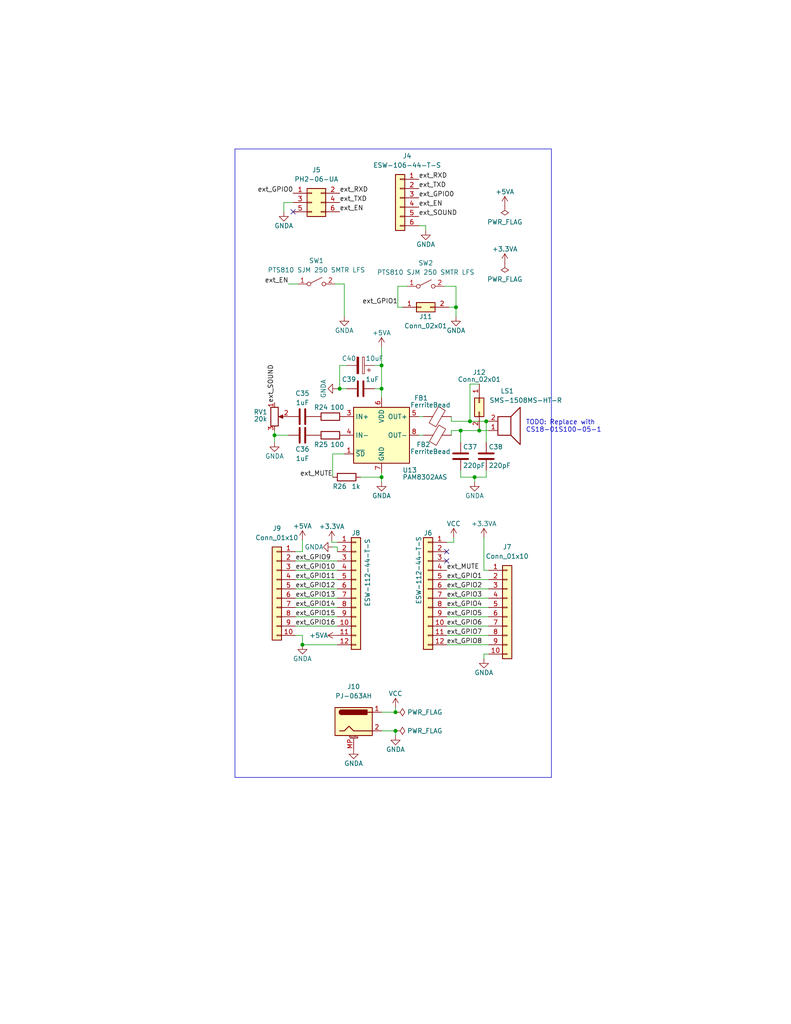
<source format=kicad_sch>
(kicad_sch (version 20230121) (generator eeschema)
  (paper "A" portrait)
  (lib_symbols
    (symbol "Amplifier_Audio:PAM8302AAS"
      (property "Reference" "U" (at 7.62 11.43 0))
      (property "Value" "PAM8302AAS" (at 7.62 8.89 0))
      (symbol "PAM8302AAS_0_1"
        (rectangle (start -7.62 7.62) (end 7.62 -7.62) (stroke (width 0.254)) (fill (type background)))
      )
      (symbol "PAM8302AAS_1_1"
        (pin input line (at -10.16 -5.08 0) (length 2.54) (name "~{SD}") (number "1"))
        (pin no_connect line (at 7.62 -5.08 180) (length 2.54) hide (name "NC") (number "2"))
        (pin input line (at -10.16 5.08 0) (length 2.54) (name "IN+") (number "3"))
        (pin input line (at -10.16 0 0) (length 2.54) (name "IN-") (number "4"))
        (pin output line (at 10.16 5.08 180) (length 2.54) (name "OUT+") (number "5"))
        (pin power_in line (at 0 10.16 270) (length 2.54) (name "VDD") (number "6"))
        (pin power_in line (at 0 -10.16 90) (length 2.54) (name "GND") (number "7"))
        (pin output line (at 10.16 0 180) (length 2.54) (name "OUT-") (number "8"))
      )
    )
    (symbol "Connector:Barrel_Jack_MountingPin" (pin_names hide)
      (property "Reference" "J" (at 0 5.334 0))
      (property "Value" "Barrel_Jack_MountingPin" (at 1.27 -6.35 0))
      (symbol "Barrel_Jack_MountingPin_0_1"
        (rectangle (start -5.08 3.81) (end 5.08 -3.81) (stroke (width 0.254)) (fill (type background)))
        (arc (start -3.302 3.175) (mid -3.9343 2.54) (end -3.302 1.905) (stroke (width 0.254)))
        (arc (start -3.302 3.175) (mid -3.9343 2.54) (end -3.302 1.905) (stroke (width 0.254)) (fill (type outline)))
        (polyline (pts (xy 5.08 2.54) (xy 3.81 2.54)) (stroke (width 0.254)))
        (polyline (pts (xy -3.81 -2.54) (xy -2.54 -2.54) (xy -1.27 -1.27) (xy 0 -2.54) (xy 2.54 -2.54) (xy 5.08 -2.54)) (stroke (width 0.254)))
        (rectangle (start 3.683 3.175) (end -3.302 1.905) (stroke (width 0.254)) (fill (type outline)))
      )
      (symbol "Barrel_Jack_MountingPin_1_1"
        (polyline (pts (xy -1.016 -4.572) (xy 1.016 -4.572)) (stroke (width 0.1524)))
        (text "Mounting" (at 0 -4.191 0) (effects (font (size 0.381 0.381))))
        (pin passive line (at 7.62 2.54 180) (length 2.54) (name "~") (number "1"))
        (pin passive line (at 7.62 -2.54 180) (length 2.54) (name "~") (number "2"))
        (pin passive line (at 0 -7.62 90) (length 3.048) (name "MountPin") (number "MP"))
      )
    )
    (symbol "Connector_Generic:Conn_01x06" (pin_names (offset 1.016) hide)
      (property "Reference" "J" (at 0 7.62 0))
      (property "Value" "Conn_01x06" (at 0 -10.16 0))
      (symbol "Conn_01x06_1_1"
        (rectangle (start -1.27 -7.493) (end 0 -7.747) (stroke (width 0.1524)))
        (rectangle (start -1.27 -4.953) (end 0 -5.207) (stroke (width 0.1524)))
        (rectangle (start -1.27 -2.413) (end 0 -2.667) (stroke (width 0.1524)))
        (rectangle (start -1.27 0.127) (end 0 -0.127) (stroke (width 0.1524)))
        (rectangle (start -1.27 2.667) (end 0 2.413) (stroke (width 0.1524)))
        (rectangle (start -1.27 5.207) (end 0 4.953) (stroke (width 0.1524)))
        (rectangle (start -1.27 6.35) (end 1.27 -8.89) (stroke (width 0.254)) (fill (type background)))
        (pin passive line (at -5.08 5.08 0) (length 3.81) (name "Pin_1") (number "1"))
        (pin passive line (at -5.08 2.54 0) (length 3.81) (name "Pin_2") (number "2"))
        (pin passive line (at -5.08 0 0) (length 3.81) (name "Pin_3") (number "3"))
        (pin passive line (at -5.08 -2.54 0) (length 3.81) (name "Pin_4") (number "4"))
        (pin passive line (at -5.08 -5.08 0) (length 3.81) (name "Pin_5") (number "5"))
        (pin passive line (at -5.08 -7.62 0) (length 3.81) (name "Pin_6") (number "6"))
      )
    )
    (symbol "Connector_Generic:Conn_01x10" (pin_names (offset 1.016) hide)
      (property "Reference" "J" (at 0 12.7 0))
      (property "Value" "Conn_01x10" (at 0 -15.24 0))
      (symbol "Conn_01x10_1_1"
        (rectangle (start -1.27 -12.573) (end 0 -12.827) (stroke (width 0.1524)))
        (rectangle (start -1.27 -10.033) (end 0 -10.287) (stroke (width 0.1524)))
        (rectangle (start -1.27 -7.493) (end 0 -7.747) (stroke (width 0.1524)))
        (rectangle (start -1.27 -4.953) (end 0 -5.207) (stroke (width 0.1524)))
        (rectangle (start -1.27 -2.413) (end 0 -2.667) (stroke (width 0.1524)))
        (rectangle (start -1.27 0.127) (end 0 -0.127) (stroke (width 0.1524)))
        (rectangle (start -1.27 2.667) (end 0 2.413) (stroke (width 0.1524)))
        (rectangle (start -1.27 5.207) (end 0 4.953) (stroke (width 0.1524)))
        (rectangle (start -1.27 7.747) (end 0 7.493) (stroke (width 0.1524)))
        (rectangle (start -1.27 10.287) (end 0 10.033) (stroke (width 0.1524)))
        (rectangle (start -1.27 11.43) (end 1.27 -13.97) (stroke (width 0.254)) (fill (type background)))
        (pin passive line (at -5.08 10.16 0) (length 3.81) (name "Pin_1") (number "1"))
        (pin passive line (at -5.08 -12.7 0) (length 3.81) (name "Pin_10") (number "10"))
        (pin passive line (at -5.08 7.62 0) (length 3.81) (name "Pin_2") (number "2"))
        (pin passive line (at -5.08 5.08 0) (length 3.81) (name "Pin_3") (number "3"))
        (pin passive line (at -5.08 2.54 0) (length 3.81) (name "Pin_4") (number "4"))
        (pin passive line (at -5.08 0 0) (length 3.81) (name "Pin_5") (number "5"))
        (pin passive line (at -5.08 -2.54 0) (length 3.81) (name "Pin_6") (number "6"))
        (pin passive line (at -5.08 -5.08 0) (length 3.81) (name "Pin_7") (number "7"))
        (pin passive line (at -5.08 -7.62 0) (length 3.81) (name "Pin_8") (number "8"))
        (pin passive line (at -5.08 -10.16 0) (length 3.81) (name "Pin_9") (number "9"))
      )
    )
    (symbol "Connector_Generic:Conn_01x12" (pin_names (offset 1.016) hide)
      (property "Reference" "J" (at 0 15.24 0))
      (property "Value" "Conn_01x12" (at 0 -17.78 0))
      (symbol "Conn_01x12_1_1"
        (rectangle (start -1.27 -15.113) (end 0 -15.367) (stroke (width 0.1524)))
        (rectangle (start -1.27 -12.573) (end 0 -12.827) (stroke (width 0.1524)))
        (rectangle (start -1.27 -10.033) (end 0 -10.287) (stroke (width 0.1524)))
        (rectangle (start -1.27 -7.493) (end 0 -7.747) (stroke (width 0.1524)))
        (rectangle (start -1.27 -4.953) (end 0 -5.207) (stroke (width 0.1524)))
        (rectangle (start -1.27 -2.413) (end 0 -2.667) (stroke (width 0.1524)))
        (rectangle (start -1.27 0.127) (end 0 -0.127) (stroke (width 0.1524)))
        (rectangle (start -1.27 2.667) (end 0 2.413) (stroke (width 0.1524)))
        (rectangle (start -1.27 5.207) (end 0 4.953) (stroke (width 0.1524)))
        (rectangle (start -1.27 7.747) (end 0 7.493) (stroke (width 0.1524)))
        (rectangle (start -1.27 10.287) (end 0 10.033) (stroke (width 0.1524)))
        (rectangle (start -1.27 12.827) (end 0 12.573) (stroke (width 0.1524)))
        (rectangle (start -1.27 13.97) (end 1.27 -16.51) (stroke (width 0.254)) (fill (type background)))
        (pin passive line (at -5.08 12.7 0) (length 3.81) (name "Pin_1") (number "1"))
        (pin passive line (at -5.08 -10.16 0) (length 3.81) (name "Pin_10") (number "10"))
        (pin passive line (at -5.08 -12.7 0) (length 3.81) (name "Pin_11") (number "11"))
        (pin passive line (at -5.08 -15.24 0) (length 3.81) (name "Pin_12") (number "12"))
        (pin passive line (at -5.08 10.16 0) (length 3.81) (name "Pin_2") (number "2"))
        (pin passive line (at -5.08 7.62 0) (length 3.81) (name "Pin_3") (number "3"))
        (pin passive line (at -5.08 5.08 0) (length 3.81) (name "Pin_4") (number "4"))
        (pin passive line (at -5.08 2.54 0) (length 3.81) (name "Pin_5") (number "5"))
        (pin passive line (at -5.08 0 0) (length 3.81) (name "Pin_6") (number "6"))
        (pin passive line (at -5.08 -2.54 0) (length 3.81) (name "Pin_7") (number "7"))
        (pin passive line (at -5.08 -5.08 0) (length 3.81) (name "Pin_8") (number "8"))
        (pin passive line (at -5.08 -7.62 0) (length 3.81) (name "Pin_9") (number "9"))
      )
    )
    (symbol "Connector_Generic:Conn_02x01" (pin_names (offset 1.016) hide)
      (property "Reference" "J" (at 1.27 2.54 0))
      (property "Value" "Conn_02x01" (at 1.27 -2.54 0))
      (symbol "Conn_02x01_1_1"
        (rectangle (start -1.27 0.127) (end 0 -0.127) (stroke (width 0.1524)))
        (rectangle (start -1.27 1.27) (end 3.81 -1.27) (stroke (width 0.254)) (fill (type background)))
        (rectangle (start 3.81 0.127) (end 2.54 -0.127) (stroke (width 0.1524)))
        (pin passive line (at -5.08 0 0) (length 3.81) (name "Pin_1") (number "1"))
        (pin passive line (at 7.62 0 180) (length 3.81) (name "Pin_2") (number "2"))
      )
    )
    (symbol "Connector_Generic:Conn_02x03_Odd_Even" (pin_names (offset 1.016) hide)
      (property "Reference" "J" (at 1.27 5.08 0))
      (property "Value" "Conn_02x03_Odd_Even" (at 1.27 -5.08 0))
      (symbol "Conn_02x03_Odd_Even_1_1"
        (rectangle (start -1.27 -2.413) (end 0 -2.667) (stroke (width 0.1524)))
        (rectangle (start -1.27 0.127) (end 0 -0.127) (stroke (width 0.1524)))
        (rectangle (start -1.27 2.667) (end 0 2.413) (stroke (width 0.1524)))
        (rectangle (start -1.27 3.81) (end 3.81 -3.81) (stroke (width 0.254)) (fill (type background)))
        (rectangle (start 3.81 -2.413) (end 2.54 -2.667) (stroke (width 0.1524)))
        (rectangle (start 3.81 0.127) (end 2.54 -0.127) (stroke (width 0.1524)))
        (rectangle (start 3.81 2.667) (end 2.54 2.413) (stroke (width 0.1524)))
        (pin passive line (at -5.08 2.54 0) (length 3.81) (name "Pin_1") (number "1"))
        (pin passive line (at 7.62 2.54 180) (length 3.81) (name "Pin_2") (number "2"))
        (pin passive line (at -5.08 0 0) (length 3.81) (name "Pin_3") (number "3"))
        (pin passive line (at 7.62 0 180) (length 3.81) (name "Pin_4") (number "4"))
        (pin passive line (at -5.08 -2.54 0) (length 3.81) (name "Pin_5") (number "5"))
        (pin passive line (at 7.62 -2.54 180) (length 3.81) (name "Pin_6") (number "6"))
      )
    )
    (symbol "Device:C" (pin_numbers hide) (pin_names (offset 0.254))
      (property "Reference" "C" (at 0.635 2.54 0))
      (property "Value" "C" (at 0.635 -2.54 0))
      (symbol "C_0_1"
        (polyline (pts (xy -2.032 -0.762) (xy 2.032 -0.762)) (stroke (width 0.508)))
        (polyline (pts (xy -2.032 0.762) (xy 2.032 0.762)) (stroke (width 0.508)))
      )
      (symbol "C_1_1"
        (pin passive line (at 0 3.81 270) (length 2.794) (name "~") (number "1"))
        (pin passive line (at 0 -3.81 90) (length 2.794) (name "~") (number "2"))
      )
    )
    (symbol "Device:C_Polarized" (pin_numbers hide) (pin_names (offset 0.254))
      (property "Reference" "C" (at 0.635 2.54 0))
      (property "Value" "C_Polarized" (at 0.635 -2.54 0))
      (symbol "C_Polarized_0_1"
        (rectangle (start -2.286 0.508) (end 2.286 1.016))
        (polyline (pts (xy -1.778 2.286) (xy -0.762 2.286)))
        (polyline (pts (xy -1.27 2.794) (xy -1.27 1.778)))
        (rectangle (start 2.286 -0.508) (end -2.286 -1.016) (fill (type outline)))
      )
      (symbol "C_Polarized_1_1"
        (pin passive line (at 0 3.81 270) (length 2.794) (name "~") (number "1"))
        (pin passive line (at 0 -3.81 90) (length 2.794) (name "~") (number "2"))
      )
    )
    (symbol "Device:FerriteBead" (pin_numbers hide) (pin_names (offset 0))
      (property "Reference" "FB" (at -3.81 0.635 90))
      (property "Value" "FerriteBead" (at 3.81 0 90))
      (symbol "FerriteBead_0_1"
        (polyline (pts (xy 0 -1.27) (xy 0 -1.2192)))
        (polyline (pts (xy 0 1.27) (xy 0 1.2954)))
        (polyline (pts (xy -2.7686 0.4064) (xy -1.7018 2.2606) (xy 2.7686 -0.3048) (xy 1.6764 -2.159) (xy -2.7686 0.4064)))
      )
      (symbol "FerriteBead_1_1"
        (pin passive line (at 0 3.81 270) (length 2.54) (name "~") (number "1"))
        (pin passive line (at 0 -3.81 90) (length 2.54) (name "~") (number "2"))
      )
    )
    (symbol "Device:R" (pin_numbers hide) (pin_names (offset 0))
      (property "Reference" "R" (at 2.032 0 90))
      (property "Value" "R" (at 0 0 90))
      (symbol "R_0_1"
        (rectangle (start -1.016 -2.54) (end 1.016 2.54) (stroke (width 0.254)))
      )
      (symbol "R_1_1"
        (pin passive line (at 0 3.81 270) (length 1.27) (name "~") (number "1"))
        (pin passive line (at 0 -3.81 90) (length 1.27) (name "~") (number "2"))
      )
    )
    (symbol "Device:R_Potentiometer" (pin_names (offset 1.016) hide)
      (property "Reference" "RV" (at -4.445 0 90))
      (property "Value" "R_Potentiometer" (at -2.54 0 90))
      (symbol "R_Potentiometer_0_1"
        (polyline (pts (xy 2.54 0) (xy 1.524 0)))
        (polyline (pts (xy 1.143 0) (xy 2.286 0.508) (xy 2.286 -0.508) (xy 1.143 0)) (fill (type outline)))
        (rectangle (start 1.016 2.54) (end -1.016 -2.54) (stroke (width 0.254)))
      )
      (symbol "R_Potentiometer_1_1"
        (pin passive line (at 0 3.81 270) (length 1.27) (name "1") (number "1"))
        (pin passive line (at 3.81 0 180) (length 1.27) (name "2") (number "2"))
        (pin passive line (at 0 -3.81 90) (length 1.27) (name "3") (number "3"))
      )
    )
    (symbol "Switch:SW_SPST" (pin_names (offset 0) hide)
      (property "Reference" "SW" (at 0 3.175 0))
      (property "Value" "SW_SPST" (at 0 -2.54 0))
      (symbol "SW_SPST_0_0"
        (circle (center -2.032 0) (radius 0.508))
        (polyline (pts (xy -1.524 0.254) (xy 1.524 1.778)))
        (circle (center 2.032 0) (radius 0.508))
      )
      (symbol "SW_SPST_1_1"
        (pin passive line (at -5.08 0 0) (length 2.54) (name "A") (number "1"))
        (pin passive line (at 5.08 0 180) (length 2.54) (name "B") (number "2"))
      )
    )
    (symbol "power:+3.3VA" (power) (pin_names (offset 0))
      (property "Value" "+3.3VA" (at 0 3.556 0))
      (symbol "+3.3VA_0_1"
        (polyline (pts (xy -0.762 1.27) (xy 0 2.54)))
        (polyline (pts (xy 0 0) (xy 0 2.54)))
        (polyline (pts (xy 0 2.54) (xy 0.762 1.27)))
      )
      (symbol "+3.3VA_1_1"
        (pin power_in line (at 0 0 90) (length 0) hide (name "+3.3VA") (number "1"))
      )
    )
    (symbol "power:+5VA" (power) (pin_names (offset 0))
      (property "Value" "+5VA" (at 0 3.556 0))
      (symbol "+5VA_0_1"
        (polyline (pts (xy -0.762 1.27) (xy 0 2.54)))
        (polyline (pts (xy 0 0) (xy 0 2.54)))
        (polyline (pts (xy 0 2.54) (xy 0.762 1.27)))
      )
      (symbol "+5VA_1_1"
        (pin power_in line (at 0 0 90) (length 0) hide (name "+5VA") (number "1"))
      )
    )
    (symbol "power:GNDA" (power) (pin_names (offset 0))
      (property "Value" "GNDA" (at 0 -3.81 0))
      (symbol "GNDA_0_1"
        (polyline (pts (xy 0 0) (xy 0 -1.27) (xy 1.27 -1.27) (xy 0 -2.54) (xy -1.27 -1.27) (xy 0 -1.27)))
      )
      (symbol "GNDA_1_1"
        (pin power_in line (at 0 0 270) (length 0) hide (name "GNDA") (number "1"))
      )
    )
    (symbol "power:PWR_FLAG" (power) (pin_numbers hide) (pin_names (offset 0) hide)
      (property "Value" "PWR_FLAG" (at 0 3.81 0))
      (symbol "PWR_FLAG_0_0"
        (pin power_out line (at 0 0 90) (length 0) (name "pwr") (number "1"))
      )
      (symbol "PWR_FLAG_0_1"
        (polyline (pts (xy 0 0) (xy 0 1.27) (xy -1.016 1.905) (xy 0 2.54) (xy 1.016 1.905) (xy 0 1.27)))
      )
    )
    (symbol "power:VCC" (power) (pin_names (offset 0))
      (property "Value" "VCC" (at 0 3.81 0))
      (symbol "VCC_0_1"
        (polyline (pts (xy -0.762 1.27) (xy 0 2.54)))
        (polyline (pts (xy 0 0) (xy 0 2.54)))
        (polyline (pts (xy 0 2.54) (xy 0.762 1.27)))
      )
      (symbol "VCC_1_1"
        (pin power_in line (at 0 0 90) (length 0) hide (name "VCC") (number "1"))
      )
    )
    (symbol "starman:SMS-1508MS-HT-R" (pin_names (offset 0) hide)
      (property "Reference" "LS" (at -1.27 6.35 0))
      (property "Value" "SMS-1508MS-HT-R" (at -1.27 3.81 0))
      (symbol "SMS-1508MS-HT-R_0_0"
        (rectangle (start -2.54 1.27) (end 1.016 -3.81) (stroke (width 0.254)))
        (polyline (pts (xy 1.016 1.27) (xy 3.556 3.81) (xy 3.556 -6.35) (xy 1.016 -3.81)) (stroke (width 0.254)))
      )
      (symbol "SMS-1508MS-HT-R_1_1"
        (pin input line (at -5.08 0 0) (length 2.54) (name "1") (number "1"))
        (pin input line (at -5.08 -2.54 0) (length 2.54) (name "2") (number "2"))
        (pin no_connect line (at 0 3.81 270) (length 2.54) hide (name "3") (number "3"))
        (pin no_connect line (at 0 -6.35 90) (length 2.54) hide (name "4") (number "4"))
      )
    )
  )
  (junction (at 129.54 130.175))
  (junction (at 107.95 194.31))
  (junction (at 125.73 117.475))
  (junction (at 128.27 114.935))
  (junction (at 107.95 199.39))
  (junction (at 132.715 114.935))
  (junction (at 104.14 99.695))
  (junction (at 130.81 117.475))
  (junction (at 92.71 106.045))
  (junction (at 104.14 130.175))
  (junction (at 124.46 83.82))
  (junction (at 82.55 175.895))
  (junction (at 104.14 106.045))
  (junction (at 74.93 118.745))
  (no_connect (at 121.92 153.035))
  (no_connect (at 80.01 57.785))
  (no_connect (at 121.92 150.495))
  (wire (pts (xy 114.3 61.595) (xy 116.205 61.595)))
  (wire (pts (xy 92.075 106.045) (xy 92.71 106.045)))
  (wire (pts (xy 123.19 117.475) (xy 123.19 118.745)))
  (wire (pts (xy 90.805 123.825) (xy 90.805 130.175)))
  (wire (pts (xy 92.71 99.695) (xy 94.615 99.695)))
  (wire (pts (xy 92.075 168.275) (xy 80.645 168.275)))
  (wire (pts (xy 104.14 130.175) (xy 104.14 131.445)))
  (wire (pts (xy 123.825 146.685) (xy 123.825 147.955)))
  (wire (pts (xy 82.55 147.32) (xy 82.55 150.495)))
  (wire (pts (xy 133.35 165.735) (xy 121.92 165.735)))
  (polyline (pts (xy 150.495 212.09) (xy 64.135 212.09)))
  (wire (pts (xy 114.3 113.665) (xy 115.57 113.665)))
  (wire (pts (xy 132.08 178.435) (xy 133.35 178.435)))
  (wire (pts (xy 78.74 77.47) (xy 81.28 77.47)))
  (wire (pts (xy 128.27 114.935) (xy 132.715 114.935)))
  (wire (pts (xy 82.55 150.495) (xy 80.645 150.495)))
  (wire (pts (xy 92.075 158.115) (xy 80.645 158.115)))
  (wire (pts (xy 104.14 128.905) (xy 104.14 130.175)))
  (wire (pts (xy 107.95 194.31) (xy 107.95 193.04)))
  (wire (pts (xy 125.73 130.175) (xy 129.54 130.175)))
  (wire (pts (xy 116.205 61.595) (xy 116.205 62.865)))
  (wire (pts (xy 114.3 118.745) (xy 115.57 118.745)))
  (wire (pts (xy 130.81 117.475) (xy 133.35 117.475)))
  (wire (pts (xy 133.35 163.195) (xy 121.92 163.195)))
  (wire (pts (xy 125.73 117.475) (xy 125.73 120.65)))
  (polyline (pts (xy 64.135 40.64) (xy 64.135 40.64)))
  (wire (pts (xy 93.98 123.825) (xy 90.805 123.825)))
  (wire (pts (xy 133.35 170.815) (xy 121.92 170.815)))
  (wire (pts (xy 124.46 83.82) (xy 124.46 78.105)))
  (wire (pts (xy 104.14 106.045) (xy 104.14 108.585)))
  (wire (pts (xy 92.075 160.655) (xy 80.645 160.655)))
  (wire (pts (xy 123.19 113.665) (xy 123.19 114.935)))
  (wire (pts (xy 132.715 114.935) (xy 133.35 114.935)))
  (wire (pts (xy 80.01 55.245) (xy 77.47 55.245)))
  (wire (pts (xy 132.08 179.705) (xy 132.08 178.435)))
  (wire (pts (xy 125.73 128.27) (xy 125.73 130.175)))
  (wire (pts (xy 74.93 118.745) (xy 78.74 118.745)))
  (wire (pts (xy 92.075 163.195) (xy 80.645 163.195)))
  (wire (pts (xy 91.44 77.47) (xy 93.98 77.47)))
  (wire (pts (xy 125.73 117.475) (xy 130.81 117.475)))
  (wire (pts (xy 98.425 130.175) (xy 104.14 130.175)))
  (wire (pts (xy 129.54 130.175) (xy 129.54 131.445)))
  (wire (pts (xy 107.95 199.39) (xy 107.95 200.66)))
  (wire (pts (xy 77.47 55.245) (xy 77.47 57.785)))
  (wire (pts (xy 132.08 146.685) (xy 132.08 155.575)))
  (wire (pts (xy 132.715 114.935) (xy 132.715 120.65)))
  (wire (pts (xy 92.075 155.575) (xy 80.645 155.575)))
  (wire (pts (xy 82.55 175.895) (xy 92.075 175.895)))
  (wire (pts (xy 121.92 160.655) (xy 133.35 160.655)))
  (wire (pts (xy 122.555 83.82) (xy 124.46 83.82)))
  (wire (pts (xy 132.08 155.575) (xy 133.35 155.575)))
  (polyline (pts (xy 64.135 212.09) (xy 64.135 40.64)))
  (wire (pts (xy 104.14 94.615) (xy 104.14 99.695)))
  (polyline (pts (xy 64.135 40.64) (xy 150.495 40.64)))
  (polyline (pts (xy 150.495 40.64) (xy 150.495 212.09)))
  (wire (pts (xy 108.585 83.82) (xy 109.855 83.82)))
  (wire (pts (xy 92.71 106.045) (xy 94.615 106.045)))
  (wire (pts (xy 121.92 147.955) (xy 123.825 147.955)))
  (wire (pts (xy 129.54 130.175) (xy 132.715 130.175)))
  (wire (pts (xy 104.14 194.31) (xy 107.95 194.31)))
  (wire (pts (xy 92.71 106.045) (xy 92.71 99.695)))
  (wire (pts (xy 133.35 173.355) (xy 121.92 173.355)))
  (wire (pts (xy 132.715 130.175) (xy 132.715 128.27)))
  (wire (pts (xy 104.14 99.695) (xy 104.14 106.045)))
  (wire (pts (xy 130.81 104.775) (xy 128.27 104.775)))
  (wire (pts (xy 92.075 147.955) (xy 90.551 147.955)))
  (wire (pts (xy 80.645 173.355) (xy 82.55 173.355)))
  (wire (pts (xy 124.46 83.82) (xy 124.46 86.36)))
  (wire (pts (xy 133.35 158.115) (xy 121.92 158.115)))
  (wire (pts (xy 92.075 170.815) (xy 80.645 170.815)))
  (wire (pts (xy 133.35 175.895) (xy 121.92 175.895)))
  (wire (pts (xy 102.235 106.045) (xy 104.14 106.045)))
  (wire (pts (xy 124.46 78.105) (xy 121.285 78.105)))
  (wire (pts (xy 92.075 153.035) (xy 80.645 153.035)))
  (wire (pts (xy 128.27 104.775) (xy 128.27 114.935)))
  (wire (pts (xy 108.585 78.105) (xy 111.125 78.105)))
  (wire (pts (xy 82.55 173.355) (xy 82.55 175.895)))
  (wire (pts (xy 123.19 114.935) (xy 128.27 114.935)))
  (wire (pts (xy 93.98 77.47) (xy 93.98 86.36)))
  (wire (pts (xy 133.35 168.275) (xy 121.92 168.275)))
  (wire (pts (xy 104.14 199.39) (xy 107.95 199.39)))
  (wire (pts (xy 74.93 118.745) (xy 74.93 120.65)))
  (wire (pts (xy 90.551 147.955) (xy 90.551 147.447)))
  (wire (pts (xy 108.585 78.105) (xy 108.585 83.82)))
  (wire (pts (xy 90.805 149.225) (xy 92.075 149.225)))
  (wire (pts (xy 74.93 117.475) (xy 74.93 118.745)))
  (wire (pts (xy 92.075 165.735) (xy 80.645 165.735)))
  (wire (pts (xy 123.19 117.475) (xy 125.73 117.475)))
  (wire (pts (xy 92.075 149.225) (xy 92.075 150.495)))
  (wire (pts (xy 102.235 99.695) (xy 104.14 99.695)))
  (text "TODO: Replace with\nCS18-01S100-05-1" (at 143.51 118.11 0) (effects (font (size 1.27 1.27)) (justify left bottom)))
  (label "ext_GPIO1" (at 121.92 158.115 0))
  (label "ext_MUTE" (at 121.92 155.575 0))
  (label "ext_GPIO0" (at 80.01 52.705 180))
  (label "ext_GPIO8" (at 121.92 175.895 0))
  (label "ext_TXD" (at 114.3 51.435 0))
  (label "ext_GPIO3" (at 121.92 163.195 0))
  (label "ext_GPIO2" (at 121.92 160.655 0))
  (label "ext_SOUND" (at 74.93 109.855 90))
  (label "ext_MUTE" (at 90.805 130.175 180))
  (label "ext_GPIO4" (at 121.92 165.735 0))
  (label "ext_RXD" (at 92.71 52.705 0))
  (label "ext_GPIO14" (at 80.645 165.735 0))
  (label "ext_GPIO11" (at 80.645 158.115 0))
  (label "ext_GPIO13" (at 80.645 163.195 0))
  (label "ext_GPIO6" (at 121.92 170.815 0))
  (label "ext_GPIO0" (at 114.3 53.975 0))
  (label "ext_GPIO7" (at 121.92 173.355 0))
  (label "ext_GPIO15" (at 80.645 168.275 0))
  (label "ext_GPIO5" (at 121.92 168.275 0))
  (label "ext_GPIO16" (at 80.645 170.815 0))
  (label "ext_GPIO10" (at 80.645 155.575 0))
  (label "ext_EN" (at 78.74 77.47 180))
  (label "ext_SOUND" (at 114.3 59.055 0))
  (label "ext_GPIO1" (at 108.585 83.185 180))
  (label "ext_TXD" (at 92.71 55.245 0))
  (label "ext_RXD" (at 114.3 48.895 0))
  (label "ext_EN" (at 92.71 57.785 0))
  (label "ext_EN" (at 114.3 56.515 0))
  (label "ext_GPIO12" (at 80.645 160.655 0))
  (label "ext_GPIO9" (at 80.645 153.035 0))
  (symbol (lib_id "power:PWR_FLAG") (at 137.795 71.755 180) (unit 1)
    (property "Reference" "#FLG03" (effects hide))
    (property "Value" "PWR_FLAG" (at 137.795 76.2 0))
  )
  (symbol (lib_id "power:+5VA") (at 104.14 94.615 0) (unit 1)
    (property "Reference" "#PWR032" (effects hide))
    (property "Value" "+5VA" (at 104.14 90.805 0))
  )
  (symbol (lib_id "Device:C_Polarized") (at 98.425 99.695 270) (mirror x) (unit 1)
    (property "Reference" "C40" (at 95.25 97.79 90))
    (property "Value" "10uF" (at 102.235 97.79 90))
    (property "Footprint" "Capacitor_Tantalum_SMD:CP_EIA-3216-10_Kemet-I" (effects hide))
  )
  (symbol (lib_id "Connector_Generic:Conn_02x01") (at 130.81 109.855 270) (unit 1)
    (property "Reference" "J12" (at 130.81 101.6 90))
    (property "Value" "Conn_02x01" (at 130.81 103.505 90))
    (property "Footprint" "Connector_PinHeader_2.54mm:PinHeader_1x02_P2.54mm_Vertical" (effects hide))
  )
  (symbol (lib_id "power:+3.3VA") (at 137.795 71.755 0) (unit 1)
    (property "Reference" "#PWR018" (effects hide))
    (property "Value" "+3.3VA" (at 137.795 67.945 0))
  )
  (symbol (lib_id "Device:FerriteBead") (at 119.38 113.665 90) (unit 1)
    (property "Reference" "FB1" (at 114.935 108.585 90))
    (property "Value" "FerriteBead" (at 117.475 110.49 90))
    (property "Footprint" "Capacitor_SMD:C_0805_2012Metric" (effects hide))
  )
  (symbol (lib_id "Device:R") (at 90.17 113.665 270) (unit 1)
    (property "Reference" "R24" (at 87.63 111.125 90))
    (property "Value" "100" (at 92.075 111.125 90))
    (property "Footprint" "Resistor_SMD:R_0805_2012Metric" (effects hide))
  )
  (symbol (lib_id "Connector_Generic:Conn_01x06") (at 109.22 53.975 0) (mirror y) (unit 1)
    (property "Reference" "J4" (at 111.125 42.545 0))
    (property "Value" "ESW-106-44-T-S" (at 111.125 45.085 0))
    (property "Footprint" "Connector_PinSocket_2.54mm:PinSocket_1x06_P2.54mm_Vertical" (effects hide))
  )
  (symbol (lib_id "power:PWR_FLAG") (at 107.95 199.39 270) (unit 1)
    (property "Reference" "#FLG05" (effects hide))
    (property "Value" "PWR_FLAG" (at 111.125 199.3899 90) (effects (justify left)))
  )
  (symbol (lib_id "Connector_Generic:Conn_01x12") (at 97.155 160.655 0) (unit 1)
    (property "Reference" "J8" (at 97.155 145.415 0))
    (property "Value" "ESW-112-44-T-S" (at 100.33 156.21 90))
    (property "Footprint" "Connector_PinSocket_2.54mm:PinSocket_1x12_P2.54mm_Vertical" (effects hide))
  )
  (symbol (lib_id "Device:C") (at 125.73 124.46 0) (unit 1)
    (property "Reference" "C37" (at 126.365 121.92 0) (effects (justify left)))
    (property "Value" "220pF" (at 126.365 127 0) (effects (justify left)))
    (property "Footprint" "Capacitor_SMD:C_0805_2012Metric" (effects hide))
  )
  (symbol (lib_id "power:VCC") (at 123.825 146.685 0) (unit 1)
    (property "Reference" "#PWR021" (effects hide))
    (property "Value" "VCC" (at 123.825 142.875 0))
  )
  (symbol (lib_id "power:GNDA") (at 77.47 57.785 0) (unit 1)
    (property "Reference" "#PWR016" (effects hide))
    (property "Value" "GNDA" (at 77.47 61.595 0))
  )
  (symbol (lib_id "Device:R_Potentiometer") (at 74.93 113.665 0) (unit 1)
    (property "Reference" "RV1" (at 71.12 112.395 0))
    (property "Value" "20k" (at 71.12 114.3 0))
    (property "Footprint" "Potentiometer_THT:Potentiometer_Bourns_3339P_Vertical" (effects hide))
    (property "Datasheet" "https://www.bourns.com/docs/Product-Datasheets/3362.pdf" (effects hide))
  )
  (symbol (lib_id "Device:C") (at 132.715 124.46 0) (unit 1)
    (property "Reference" "C38" (at 133.35 121.92 0) (effects (justify left)))
    (property "Value" "220pF" (at 133.35 127 0) (effects (justify left)))
    (property "Footprint" "Capacitor_SMD:C_0805_2012Metric" (effects hide))
  )
  (symbol (lib_id "power:+5VA") (at 92.075 173.355 90) (mirror x) (unit 1)
    (property "Reference" "#PWR029" (effects hide))
    (property "Value" "+5VA" (at 86.995 173.355 90))
  )
  (symbol (lib_id "Connector_Generic:Conn_02x03_Odd_Even") (at 85.09 55.245 0) (unit 1)
    (property "Reference" "J5" (at 86.36 46.355 0))
    (property "Value" "PH2-06-UA" (at 86.36 48.895 0))
    (property "Footprint" "Connector_PinHeader_2.54mm:PinHeader_2x03_P2.54mm_Vertical" (effects hide))
  )
  (symbol (lib_id "power:GNDA") (at 92.075 106.045 270) (unit 1)
    (property "Reference" "#PWR033" (effects hide))
    (property "Value" "GNDA" (at 88.265 106.045 0))
  )
  (symbol (lib_id "power:+3.3VA") (at 90.551 147.447 0) (unit 1)
    (property "Reference" "#PWR024" (effects hide))
    (property "Value" "+3.3VA" (at 90.551 143.637 0))
  )
  (symbol (lib_id "Device:C") (at 98.425 106.045 270) (unit 1)
    (property "Reference" "C39" (at 95.25 103.505 90))
    (property "Value" "1uF" (at 101.6 103.505 90))
    (property "Footprint" "Capacitor_SMD:C_0805_2012Metric" (effects hide))
  )
  (symbol (lib_id "starman:SMS-1508MS-HT-R") (at 138.43 117.475 0) (mirror x) (unit 1)
    (property "Reference" "LS1" (at 138.43 106.68 0))
    (property "Value" "SMS-1508MS-HT-R" (at 143.51 109.22 0))
    (property "Footprint" "starman:SPKR_SMS-1508MS-HT-R" (effects hide))
  )
  (symbol (lib_id "power:GNDA") (at 96.52 204.47 0) (unit 1)
    (property "Reference" "#PWR074" (effects hide))
    (property "Value" "GNDA" (at 96.52 208.28 0))
  )
  (symbol (lib_id "power:+5VA") (at 82.55 147.32 0) (unit 1)
    (property "Reference" "#PWR023" (effects hide))
    (property "Value" "+5VA" (at 82.55 143.51 0))
  )
  (symbol (lib_id "power:GNDA") (at 82.55 175.895 0) (unit 1)
    (property "Reference" "#PWR030" (effects hide))
    (property "Value" "GNDA" (at 82.55 179.705 0))
  )
  (symbol (lib_id "Connector:Barrel_Jack_MountingPin") (at 96.52 196.85 0) (unit 1)
    (property "Reference" "J10" (at 96.52 187.325 0))
    (property "Value" "PJ-063AH" (at 96.52 189.865 0))
    (property "Footprint" "Connector_BarrelJack:BarrelJack_CUI_PJ-063AH_Horizontal" (effects hide))
  )
  (symbol (lib_id "power:GNDA") (at 93.98 86.36 0) (unit 1)
    (property "Reference" "#PWR019" (effects hide))
    (property "Value" "GNDA" (at 93.98 90.17 0))
  )
  (symbol (lib_id "power:GNDA") (at 132.08 179.705 0) (unit 1)
    (property "Reference" "#PWR031" (effects hide))
    (property "Value" "GNDA" (at 132.08 183.515 0))
  )
  (symbol (lib_id "Connector_Generic:Conn_01x12") (at 116.84 160.655 0) (mirror y) (unit 1)
    (property "Reference" "J6" (at 116.84 145.415 0))
    (property "Value" "ESW-112-44-T-S" (at 114.3 155.575 90))
    (property "Footprint" "Connector_PinSocket_2.54mm:PinSocket_1x12_P2.54mm_Vertical" (effects hide))
  )
  (symbol (lib_id "power:GNDA") (at 116.205 62.865 0) (unit 1)
    (property "Reference" "#PWR017" (effects hide))
    (property "Value" "GNDA" (at 116.205 66.675 0))
  )
  (symbol (lib_id "Device:C") (at 82.55 113.665 270) (unit 1)
    (property "Reference" "C35" (at 82.55 107.315 90))
    (property "Value" "1uF" (at 82.55 109.855 90))
    (property "Footprint" "Capacitor_SMD:C_0805_2012Metric" (effects hide))
  )
  (symbol (lib_id "Amplifier_Audio:PAM8302AAS") (at 104.14 118.745 0) (unit 1)
    (property "Reference" "U13" (at 109.855 128.27 0) (effects (justify left)))
    (property "Value" "PAM8302AAS" (at 109.855 130.175 0) (effects (justify left)))
    (property "Footprint" "Package_SO:SOP-8_3.9x4.9mm_P1.27mm" (effects hide))
    (property "Datasheet" "https://www.diodes.com/assets/Datasheets/PAM8302A.pdf" (effects hide))
  )
  (symbol (lib_id "Switch:SW_SPST") (at 116.205 78.105 0) (unit 1)
    (property "Reference" "SW2" (at 116.205 71.755 0))
    (property "Value" "PTS810 SJM 250 SMTR LFS" (at 116.205 74.295 0))
    (property "Footprint" "Button_Switch_SMD:SW_SPST_PTS810" (effects hide))
  )
  (symbol (lib_id "Device:R") (at 94.615 130.175 270) (mirror x) (unit 1)
    (property "Reference" "R26" (at 92.71 132.715 90))
    (property "Value" "1k" (at 97.155 132.715 90))
    (property "Footprint" "Resistor_SMD:R_0805_2012Metric" (effects hide))
  )
  (symbol (lib_id "Connector_Generic:Conn_02x01") (at 114.935 83.82 0) (unit 1)
    (property "Reference" "J11" (at 116.205 86.36 0))
    (property "Value" "Conn_02x01" (at 116.205 88.9 0))
    (property "Footprint" "Connector_PinHeader_2.54mm:PinHeader_1x02_P2.54mm_Vertical" (effects hide))
  )
  (symbol (lib_id "power:PWR_FLAG") (at 137.795 56.134 180) (unit 1)
    (property "Reference" "#FLG01" (effects hide))
    (property "Value" "PWR_FLAG" (at 137.795 60.579 0))
  )
  (symbol (lib_id "power:GNDA") (at 104.14 131.445 0) (unit 1)
    (property "Reference" "#PWR070" (effects hide))
    (property "Value" "GNDA" (at 104.14 135.255 0))
  )
  (symbol (lib_id "power:GNDA") (at 124.46 86.36 0) (unit 1)
    (property "Reference" "#PWR020" (effects hide))
    (property "Value" "GNDA" (at 124.46 90.17 0))
  )
  (symbol (lib_id "Switch:SW_SPST") (at 86.36 77.47 0) (unit 1)
    (property "Reference" "SW1" (at 86.36 71.12 0))
    (property "Value" "PTS810 SJM 250 SMTR LFS" (at 86.36 73.66 0))
    (property "Footprint" "Button_Switch_SMD:SW_SPST_PTS810" (effects hide))
  )
  (symbol (lib_id "power:VCC") (at 107.95 193.04 0) (unit 1)
    (property "Reference" "#PWR072" (effects hide))
    (property "Value" "VCC" (at 107.95 189.23 0))
  )
  (symbol (lib_id "power:GNDA") (at 107.95 200.66 0) (unit 1)
    (property "Reference" "#PWR073" (effects hide))
    (property "Value" "GNDA" (at 107.95 204.47 0))
  )
  (symbol (lib_id "Device:C") (at 82.55 118.745 270) (unit 1)
    (property "Reference" "C36" (at 82.55 122.555 90))
    (property "Value" "1uF" (at 82.55 125.095 90))
    (property "Footprint" "Capacitor_SMD:C_0805_2012Metric" (effects hide))
  )
  (symbol (lib_id "power:+5VA") (at 137.795 56.134 0) (mirror y) (unit 1)
    (property "Reference" "#PWR015" (effects hide))
    (property "Value" "+5VA" (at 137.795 52.324 0))
  )
  (symbol (lib_id "Connector_Generic:Conn_01x10") (at 75.565 160.655 0) (mirror y) (unit 1)
    (property "Reference" "J9" (at 75.565 144.145 0))
    (property "Value" "Conn_01x10" (at 75.565 146.685 0))
    (property "Footprint" "Connector_PinHeader_2.54mm:PinHeader_1x10_P2.54mm_Vertical" (effects hide))
  )
  (symbol (lib_id "power:GNDA") (at 90.805 149.225 270) (unit 1)
    (property "Reference" "#PWR025" (effects hide))
    (property "Value" "GNDA" (at 85.725 149.225 90))
  )
  (symbol (lib_id "Connector_Generic:Conn_01x10") (at 138.43 165.735 0) (unit 1)
    (property "Reference" "J7" (at 138.43 149.225 0))
    (property "Value" "Conn_01x10" (at 138.43 151.765 0))
    (property "Footprint" "Connector_PinHeader_2.54mm:PinHeader_1x10_P2.54mm_Vertical" (effects hide))
  )
  (symbol (lib_id "power:GNDA") (at 74.93 120.65 0) (unit 1)
    (property "Reference" "#PWR065" (effects hide))
    (property "Value" "GNDA" (at 74.93 124.46 0))
  )
  (symbol (lib_id "Device:FerriteBead") (at 119.38 118.745 270) (unit 1)
    (property "Reference" "FB2" (at 115.57 121.285 90))
    (property "Value" "FerriteBead" (at 117.475 123.19 90))
    (property "Footprint" "Capacitor_SMD:C_0805_2012Metric" (effects hide))
  )
  (symbol (lib_id "power:PWR_FLAG") (at 107.95 194.31 270) (unit 1)
    (property "Reference" "#FLG04" (effects hide))
    (property "Value" "PWR_FLAG" (at 111.125 194.3099 90) (effects (justify left)))
  )
  (symbol (lib_id "power:+3.3VA") (at 132.08 146.685 0) (unit 1)
    (property "Reference" "#PWR022" (effects hide))
    (property "Value" "+3.3VA" (at 132.08 142.875 0))
  )
  (symbol (lib_id "power:GNDA") (at 129.54 131.445 0) (unit 1)
    (property "Reference" "#PWR071" (effects hide))
    (property "Value" "GNDA" (at 129.54 135.255 0))
  )
  (symbol (lib_id "Device:R") (at 90.17 118.745 270) (unit 1)
    (property "Reference" "R25" (at 87.63 121.285 90))
    (property "Value" "100" (at 92.075 121.285 90))
    (property "Footprint" "Resistor_SMD:R_0805_2012Metric" (effects hide))
  )
)
</source>
